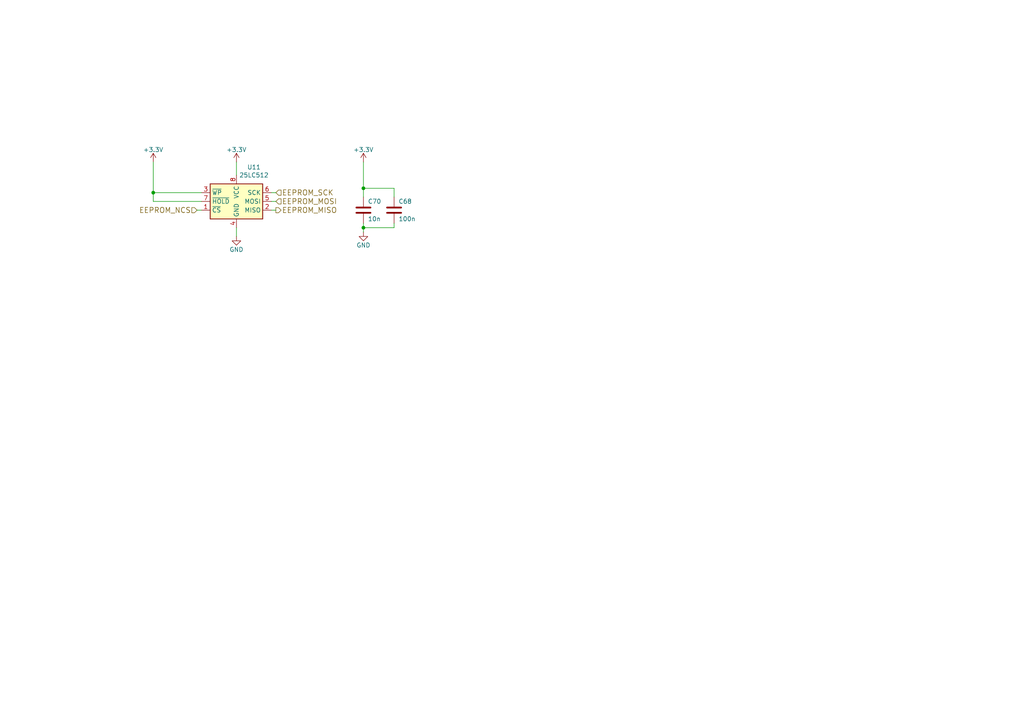
<source format=kicad_sch>
(kicad_sch (version 20211123) (generator eeschema)

  (uuid 858b182d-fdce-45a6-8c3a-626e9f7a9971)

  (paper "A4")

  (lib_symbols
    (symbol "Device:C" (pin_numbers hide) (pin_names (offset 0.254)) (in_bom yes) (on_board yes)
      (property "Reference" "C" (id 0) (at 0.635 2.54 0)
        (effects (font (size 1.27 1.27)) (justify left))
      )
      (property "Value" "C" (id 1) (at 0.635 -2.54 0)
        (effects (font (size 1.27 1.27)) (justify left))
      )
      (property "Footprint" "" (id 2) (at 0.9652 -3.81 0)
        (effects (font (size 1.27 1.27)) hide)
      )
      (property "Datasheet" "~" (id 3) (at 0 0 0)
        (effects (font (size 1.27 1.27)) hide)
      )
      (property "ki_keywords" "cap capacitor" (id 4) (at 0 0 0)
        (effects (font (size 1.27 1.27)) hide)
      )
      (property "ki_description" "Unpolarized capacitor" (id 5) (at 0 0 0)
        (effects (font (size 1.27 1.27)) hide)
      )
      (property "ki_fp_filters" "C_*" (id 6) (at 0 0 0)
        (effects (font (size 1.27 1.27)) hide)
      )
      (symbol "C_0_1"
        (polyline
          (pts
            (xy -2.032 -0.762)
            (xy 2.032 -0.762)
          )
          (stroke (width 0.508) (type default) (color 0 0 0 0))
          (fill (type none))
        )
        (polyline
          (pts
            (xy -2.032 0.762)
            (xy 2.032 0.762)
          )
          (stroke (width 0.508) (type default) (color 0 0 0 0))
          (fill (type none))
        )
      )
      (symbol "C_1_1"
        (pin passive line (at 0 3.81 270) (length 2.794)
          (name "~" (effects (font (size 1.27 1.27))))
          (number "1" (effects (font (size 1.27 1.27))))
        )
        (pin passive line (at 0 -3.81 90) (length 2.794)
          (name "~" (effects (font (size 1.27 1.27))))
          (number "2" (effects (font (size 1.27 1.27))))
        )
      )
    )
    (symbol "Memory_EEPROM:25LCxxx" (in_bom yes) (on_board yes)
      (property "Reference" "U" (id 0) (at -7.62 6.35 0)
        (effects (font (size 1.27 1.27)))
      )
      (property "Value" "25LCxxx" (id 1) (at 2.54 -6.35 0)
        (effects (font (size 1.27 1.27)) (justify left))
      )
      (property "Footprint" "" (id 2) (at 0 0 0)
        (effects (font (size 1.27 1.27)) hide)
      )
      (property "Datasheet" "http://ww1.microchip.com/downloads/en/DeviceDoc/21832H.pdf" (id 3) (at 0 0 0)
        (effects (font (size 1.27 1.27)) hide)
      )
      (property "ki_keywords" "EEPROM memory SPI serial" (id 4) (at 0 0 0)
        (effects (font (size 1.27 1.27)) hide)
      )
      (property "ki_description" "SPI Serial EEPROM, DIP-8/SOIC-8/TSSOP-8" (id 5) (at 0 0 0)
        (effects (font (size 1.27 1.27)) hide)
      )
      (property "ki_fp_filters" "DIP*W7.62mm* SOIC*3.9x4.9mm* TSSOP*4.4x3mm*P0.65mm*" (id 6) (at 0 0 0)
        (effects (font (size 1.27 1.27)) hide)
      )
      (symbol "25LCxxx_1_1"
        (rectangle (start -7.62 5.08) (end 7.62 -5.08)
          (stroke (width 0.254) (type default) (color 0 0 0 0))
          (fill (type background))
        )
        (pin input line (at -10.16 -2.54 0) (length 2.54)
          (name "~{CS}" (effects (font (size 1.27 1.27))))
          (number "1" (effects (font (size 1.27 1.27))))
        )
        (pin tri_state line (at 10.16 -2.54 180) (length 2.54)
          (name "MISO" (effects (font (size 1.27 1.27))))
          (number "2" (effects (font (size 1.27 1.27))))
        )
        (pin input line (at -10.16 2.54 0) (length 2.54)
          (name "~{WP}" (effects (font (size 1.27 1.27))))
          (number "3" (effects (font (size 1.27 1.27))))
        )
        (pin power_in line (at 0 -7.62 90) (length 2.54)
          (name "GND" (effects (font (size 1.27 1.27))))
          (number "4" (effects (font (size 1.27 1.27))))
        )
        (pin input line (at 10.16 0 180) (length 2.54)
          (name "MOSI" (effects (font (size 1.27 1.27))))
          (number "5" (effects (font (size 1.27 1.27))))
        )
        (pin input line (at 10.16 2.54 180) (length 2.54)
          (name "SCK" (effects (font (size 1.27 1.27))))
          (number "6" (effects (font (size 1.27 1.27))))
        )
        (pin input line (at -10.16 0 0) (length 2.54)
          (name "~{HOLD}" (effects (font (size 1.27 1.27))))
          (number "7" (effects (font (size 1.27 1.27))))
        )
        (pin power_in line (at 0 7.62 270) (length 2.54)
          (name "VCC" (effects (font (size 1.27 1.27))))
          (number "8" (effects (font (size 1.27 1.27))))
        )
      )
    )
    (symbol "power:+3.3V" (power) (pin_names (offset 0)) (in_bom yes) (on_board yes)
      (property "Reference" "#PWR" (id 0) (at 0 -3.81 0)
        (effects (font (size 1.27 1.27)) hide)
      )
      (property "Value" "+3.3V" (id 1) (at 0 3.556 0)
        (effects (font (size 1.27 1.27)))
      )
      (property "Footprint" "" (id 2) (at 0 0 0)
        (effects (font (size 1.27 1.27)) hide)
      )
      (property "Datasheet" "" (id 3) (at 0 0 0)
        (effects (font (size 1.27 1.27)) hide)
      )
      (property "ki_keywords" "global power" (id 4) (at 0 0 0)
        (effects (font (size 1.27 1.27)) hide)
      )
      (property "ki_description" "Power symbol creates a global label with name \"+3.3V\"" (id 5) (at 0 0 0)
        (effects (font (size 1.27 1.27)) hide)
      )
      (symbol "+3.3V_0_1"
        (polyline
          (pts
            (xy -0.762 1.27)
            (xy 0 2.54)
          )
          (stroke (width 0) (type default) (color 0 0 0 0))
          (fill (type none))
        )
        (polyline
          (pts
            (xy 0 0)
            (xy 0 2.54)
          )
          (stroke (width 0) (type default) (color 0 0 0 0))
          (fill (type none))
        )
        (polyline
          (pts
            (xy 0 2.54)
            (xy 0.762 1.27)
          )
          (stroke (width 0) (type default) (color 0 0 0 0))
          (fill (type none))
        )
      )
      (symbol "+3.3V_1_1"
        (pin power_in line (at 0 0 90) (length 0) hide
          (name "+3.3V" (effects (font (size 1.27 1.27))))
          (number "1" (effects (font (size 1.27 1.27))))
        )
      )
    )
    (symbol "power:GND" (power) (pin_names (offset 0)) (in_bom yes) (on_board yes)
      (property "Reference" "#PWR" (id 0) (at 0 -6.35 0)
        (effects (font (size 1.27 1.27)) hide)
      )
      (property "Value" "GND" (id 1) (at 0 -3.81 0)
        (effects (font (size 1.27 1.27)))
      )
      (property "Footprint" "" (id 2) (at 0 0 0)
        (effects (font (size 1.27 1.27)) hide)
      )
      (property "Datasheet" "" (id 3) (at 0 0 0)
        (effects (font (size 1.27 1.27)) hide)
      )
      (property "ki_keywords" "global power" (id 4) (at 0 0 0)
        (effects (font (size 1.27 1.27)) hide)
      )
      (property "ki_description" "Power symbol creates a global label with name \"GND\" , ground" (id 5) (at 0 0 0)
        (effects (font (size 1.27 1.27)) hide)
      )
      (symbol "GND_0_1"
        (polyline
          (pts
            (xy 0 0)
            (xy 0 -1.27)
            (xy 1.27 -1.27)
            (xy 0 -2.54)
            (xy -1.27 -1.27)
            (xy 0 -1.27)
          )
          (stroke (width 0) (type default) (color 0 0 0 0))
          (fill (type none))
        )
      )
      (symbol "GND_1_1"
        (pin power_in line (at 0 0 270) (length 0) hide
          (name "GND" (effects (font (size 1.27 1.27))))
          (number "1" (effects (font (size 1.27 1.27))))
        )
      )
    )
  )

  (junction (at 44.45 55.88) (diameter 0) (color 0 0 0 0)
    (uuid 0667208e-872f-444a-9ed0-78a1b5f392d2)
  )
  (junction (at 105.41 54.61) (diameter 0) (color 0 0 0 0)
    (uuid 1bb16fed-1537-47fa-90f6-8dc136da5d16)
  )
  (junction (at 105.41 66.04) (diameter 0) (color 0 0 0 0)
    (uuid 7b8f4734-c91c-4c35-bc25-8ba9e0a60f64)
  )

  (wire (pts (xy 105.41 46.99) (xy 105.41 54.61))
    (stroke (width 0) (type default) (color 0 0 0 0))
    (uuid 0c75753f-ac98-42bf-95d0-ee8de408989d)
  )
  (wire (pts (xy 80.01 55.88) (xy 78.74 55.88))
    (stroke (width 0) (type default) (color 0 0 0 0))
    (uuid 0d1c133a-5b0b-4fe0-b915-2f72b13b37e9)
  )
  (wire (pts (xy 68.58 66.04) (xy 68.58 68.58))
    (stroke (width 0) (type default) (color 0 0 0 0))
    (uuid 24d3ee68-60f0-4c8a-a72b-065f1026fd87)
  )
  (wire (pts (xy 80.01 58.42) (xy 78.74 58.42))
    (stroke (width 0) (type default) (color 0 0 0 0))
    (uuid 31e2d26e-842a-4694-a3ae-7642d792727c)
  )
  (wire (pts (xy 114.3 66.04) (xy 114.3 64.77))
    (stroke (width 0) (type default) (color 0 0 0 0))
    (uuid 376da264-b219-4ddc-be78-a640bbee3aef)
  )
  (wire (pts (xy 78.74 60.96) (xy 80.01 60.96))
    (stroke (width 0) (type default) (color 0 0 0 0))
    (uuid 3f1d3b22-3ba1-4783-af8d-526bce7c36db)
  )
  (wire (pts (xy 105.41 57.15) (xy 105.41 54.61))
    (stroke (width 0) (type default) (color 0 0 0 0))
    (uuid 45245258-c97a-4586-bc43-2154c85c0ef6)
  )
  (wire (pts (xy 58.42 58.42) (xy 44.45 58.42))
    (stroke (width 0) (type default) (color 0 0 0 0))
    (uuid 524dc8d0-13b4-43fe-b274-8ac08bc4b894)
  )
  (wire (pts (xy 105.41 66.04) (xy 105.41 67.31))
    (stroke (width 0) (type default) (color 0 0 0 0))
    (uuid 63892cea-0371-47b0-925d-c40106168946)
  )
  (wire (pts (xy 114.3 54.61) (xy 114.3 57.15))
    (stroke (width 0) (type default) (color 0 0 0 0))
    (uuid 72733f59-fc61-4ff2-8fe5-0440be71758a)
  )
  (wire (pts (xy 44.45 58.42) (xy 44.45 55.88))
    (stroke (width 0) (type default) (color 0 0 0 0))
    (uuid 7aad0cca-fb50-4041-9a10-5380cb0860ac)
  )
  (wire (pts (xy 68.58 50.8) (xy 68.58 46.99))
    (stroke (width 0) (type default) (color 0 0 0 0))
    (uuid 7fd11519-eb9e-4413-8ca2-e43e38c699f6)
  )
  (wire (pts (xy 44.45 55.88) (xy 58.42 55.88))
    (stroke (width 0) (type default) (color 0 0 0 0))
    (uuid 969d876f-dc87-40bf-9e96-03cbb9ea5e82)
  )
  (wire (pts (xy 44.45 46.99) (xy 44.45 55.88))
    (stroke (width 0) (type default) (color 0 0 0 0))
    (uuid 9cab0c4e-2726-433f-a46f-c25156ae2489)
  )
  (wire (pts (xy 105.41 66.04) (xy 114.3 66.04))
    (stroke (width 0) (type default) (color 0 0 0 0))
    (uuid d37a42c4-6950-4517-b4dd-96056acf0925)
  )
  (wire (pts (xy 105.41 64.77) (xy 105.41 66.04))
    (stroke (width 0) (type default) (color 0 0 0 0))
    (uuid d81bc63a-94f2-481d-a808-c50170eb6b79)
  )
  (wire (pts (xy 105.41 54.61) (xy 114.3 54.61))
    (stroke (width 0) (type default) (color 0 0 0 0))
    (uuid dd01ca49-c8a2-4580-af9a-2e9bce9769bc)
  )
  (wire (pts (xy 58.42 60.96) (xy 57.15 60.96))
    (stroke (width 0) (type default) (color 0 0 0 0))
    (uuid eec347af-8fb3-4b2d-8e93-6e7176516f57)
  )

  (hierarchical_label "EEPROM_SCK" (shape input) (at 80.01 55.88 0)
    (effects (font (size 1.524 1.524)) (justify left))
    (uuid 2571f4c8-d7fc-4e8c-94df-f480e56bb717)
  )
  (hierarchical_label "EEPROM_NCS" (shape input) (at 57.15 60.96 180)
    (effects (font (size 1.524 1.524)) (justify right))
    (uuid 449cc181-df4b-4d3b-93ef-0653c2171fe8)
  )
  (hierarchical_label "EEPROM_MOSI" (shape input) (at 80.01 58.42 0)
    (effects (font (size 1.524 1.524)) (justify left))
    (uuid 95aed042-4cef-4360-9184-83bbe2dcfbaa)
  )
  (hierarchical_label "EEPROM_MISO" (shape output) (at 80.01 60.96 0)
    (effects (font (size 1.524 1.524)) (justify left))
    (uuid 99162744-5eac-427e-9957-877587056aee)
  )

  (symbol (lib_id "Memory_EEPROM:25LCxxx") (at 68.58 58.42 0) (unit 1)
    (in_bom yes) (on_board yes)
    (uuid 00000000-0000-0000-0000-000060a473e7)
    (property "Reference" "U11" (id 0) (at 73.66 48.4886 0))
    (property "Value" "25LC512" (id 1) (at 73.66 50.8 0))
    (property "Footprint" "Package_SO:SOIC-8_5.275x5.275mm_P1.27mm" (id 2) (at 68.58 58.42 0)
      (effects (font (size 1.27 1.27)) hide)
    )
    (property "Datasheet" "http://ww1.microchip.com/downloads/en/DeviceDoc/21832H.pdf" (id 3) (at 68.58 58.42 0)
      (effects (font (size 1.27 1.27)) hide)
    )
    (property "Mfr.Nr." "M" (id 4) (at 68.58 58.42 0)
      (effects (font (size 1.27 1.27)) hide)
    )
    (pin "1" (uuid ab899a0d-6abd-47e6-b563-39712bd307e2))
    (pin "2" (uuid c99d7200-5fc1-4d71-8e6f-b0bca8d9a4b6))
    (pin "3" (uuid c2f8250b-41af-42b8-966f-a79dd6d08f8f))
    (pin "4" (uuid 31d29975-47a0-48cb-8a70-b31737ed8268))
    (pin "5" (uuid aea2bc0f-a257-48a3-a1eb-e59c4593902c))
    (pin "6" (uuid 6823697b-5f1c-44b8-95f5-6b84b2532959))
    (pin "7" (uuid 0036e638-2a06-43f7-9e22-b217f2f0d7c5))
    (pin "8" (uuid 5fd33e43-e9ea-4967-8b6f-449ba6b1b73b))
  )

  (symbol (lib_id "Device:C") (at 105.41 60.96 0) (unit 1)
    (in_bom yes) (on_board yes)
    (uuid 00000000-0000-0000-0000-000060a729ef)
    (property "Reference" "C70" (id 0) (at 106.68 58.42 0)
      (effects (font (size 1.27 1.27)) (justify left))
    )
    (property "Value" "10n" (id 1) (at 106.68 63.5 0)
      (effects (font (size 1.27 1.27)) (justify left))
    )
    (property "Footprint" "Capacitor_SMD:C_0402_1005Metric" (id 2) (at 97.79 57.404 90)
      (effects (font (size 1.27 1.27)) hide)
    )
    (property "Datasheet" "~" (id 3) (at 97.79 57.404 90)
      (effects (font (size 1.27 1.27)) hide)
    )
    (property "Mfr.Nr." "" (id 4) (at 105.41 60.96 0)
      (effects (font (size 1.524 1.524)) hide)
    )
    (property "MPN" "C15195" (id 5) (at 105.41 60.96 0)
      (effects (font (size 1.27 1.27)) hide)
    )
    (pin "1" (uuid 8eab6819-c160-49f3-b7fd-03c07b7259db))
    (pin "2" (uuid 40268d36-9302-4fd7-9960-343fb2c384d9))
  )

  (symbol (lib_id "Device:C") (at 114.3 60.96 0) (unit 1)
    (in_bom yes) (on_board yes)
    (uuid 00000000-0000-0000-0000-000060a729f6)
    (property "Reference" "C68" (id 0) (at 115.57 58.42 0)
      (effects (font (size 1.27 1.27)) (justify left))
    )
    (property "Value" "100n" (id 1) (at 115.57 63.5 0)
      (effects (font (size 1.27 1.27)) (justify left))
    )
    (property "Footprint" "Capacitor_SMD:C_0402_1005Metric" (id 2) (at 106.68 57.404 90)
      (effects (font (size 1.27 1.27)) hide)
    )
    (property "Datasheet" "~" (id 3) (at 106.68 57.404 90)
      (effects (font (size 1.27 1.27)) hide)
    )
    (property "Mfr.Nr." "" (id 4) (at 114.3 60.96 0)
      (effects (font (size 1.524 1.524)) hide)
    )
    (property "MPN" "C307331" (id 5) (at 114.3 60.96 0)
      (effects (font (size 1.27 1.27)) hide)
    )
    (pin "1" (uuid 6e399c1b-b516-46b2-9c0a-e7440667d8e8))
    (pin "2" (uuid 0b5a1125-8c27-4f4b-be75-954b55f47f28))
  )

  (symbol (lib_id "power:GND") (at 105.41 67.31 0) (unit 1)
    (in_bom yes) (on_board yes)
    (uuid 00000000-0000-0000-0000-000060a72a00)
    (property "Reference" "#PWR048" (id 0) (at 105.41 73.66 0)
      (effects (font (size 1.27 1.27)) hide)
    )
    (property "Value" "GND" (id 1) (at 105.41 71.12 0))
    (property "Footprint" "" (id 2) (at 105.41 67.31 0)
      (effects (font (size 1.27 1.27)) hide)
    )
    (property "Datasheet" "" (id 3) (at 105.41 67.31 0)
      (effects (font (size 1.27 1.27)) hide)
    )
    (pin "1" (uuid 1a9aedd7-6a4f-4fdb-ac24-863f9c2a45b6))
  )

  (symbol (lib_id "power:GND") (at 68.58 68.58 0) (unit 1)
    (in_bom yes) (on_board yes)
    (uuid 00000000-0000-0000-0000-0000619e8e4a)
    (property "Reference" "#PWR046" (id 0) (at 68.58 74.93 0)
      (effects (font (size 1.27 1.27)) hide)
    )
    (property "Value" "GND" (id 1) (at 68.58 72.39 0))
    (property "Footprint" "" (id 2) (at 68.58 68.58 0)
      (effects (font (size 1.27 1.27)) hide)
    )
    (property "Datasheet" "" (id 3) (at 68.58 68.58 0)
      (effects (font (size 1.27 1.27)) hide)
    )
    (pin "1" (uuid d63f495c-79fa-4676-b117-dd675ad73be2))
  )

  (symbol (lib_id "power:+3.3V") (at 44.45 46.99 0) (unit 1)
    (in_bom yes) (on_board yes)
    (uuid 23be894c-36f8-4605-be25-1f1db43ecc85)
    (property "Reference" "#PWR044" (id 0) (at 44.45 50.8 0)
      (effects (font (size 1.27 1.27)) hide)
    )
    (property "Value" "+3.3V" (id 1) (at 44.45 43.434 0))
    (property "Footprint" "" (id 2) (at 44.45 46.99 0)
      (effects (font (size 1.27 1.27)) hide)
    )
    (property "Datasheet" "" (id 3) (at 44.45 46.99 0)
      (effects (font (size 1.27 1.27)) hide)
    )
    (pin "1" (uuid 09cc08e3-8e75-4671-961c-5ef2b74b77e7))
  )

  (symbol (lib_id "power:+3.3V") (at 68.58 46.99 0) (unit 1)
    (in_bom yes) (on_board yes)
    (uuid 3785af07-720d-4b5d-a57c-5099ba2e4918)
    (property "Reference" "#PWR045" (id 0) (at 68.58 50.8 0)
      (effects (font (size 1.27 1.27)) hide)
    )
    (property "Value" "+3.3V" (id 1) (at 68.58 43.434 0))
    (property "Footprint" "" (id 2) (at 68.58 46.99 0)
      (effects (font (size 1.27 1.27)) hide)
    )
    (property "Datasheet" "" (id 3) (at 68.58 46.99 0)
      (effects (font (size 1.27 1.27)) hide)
    )
    (pin "1" (uuid ec9dedc6-7226-4255-ad40-2ee508da3384))
  )

  (symbol (lib_id "power:+3.3V") (at 105.41 46.99 0) (unit 1)
    (in_bom yes) (on_board yes)
    (uuid ca92f715-dac0-40a6-8a8b-22a004805340)
    (property "Reference" "#PWR047" (id 0) (at 105.41 50.8 0)
      (effects (font (size 1.27 1.27)) hide)
    )
    (property "Value" "+3.3V" (id 1) (at 105.41 43.434 0))
    (property "Footprint" "" (id 2) (at 105.41 46.99 0)
      (effects (font (size 1.27 1.27)) hide)
    )
    (property "Datasheet" "" (id 3) (at 105.41 46.99 0)
      (effects (font (size 1.27 1.27)) hide)
    )
    (pin "1" (uuid 9cd93d2c-73c0-47a3-9f07-3c01f17d621b))
  )
)

</source>
